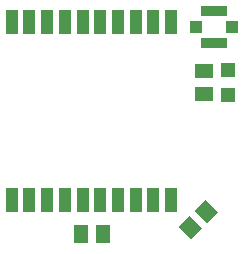
<source format=gbr>
G04 EAGLE Gerber RS-274X export*
G75*
%MOMM*%
%FSLAX34Y34*%
%LPD*%
%INSolderpaste Top*%
%IPPOS*%
%AMOC8*
5,1,8,0,0,1.08239X$1,22.5*%
G01*
%ADD10R,1.000000X2.000000*%
%ADD11R,1.200000X1.200000*%
%ADD12R,1.500000X1.300000*%
%ADD13R,1.300000X1.500000*%
%ADD14R,2.200000X0.850000*%
%ADD15R,1.050000X1.000000*%


D10*
X-67500Y-75000D03*
X-52500Y-75000D03*
X-37500Y-75000D03*
X-22500Y-75000D03*
X-7500Y-75000D03*
X7500Y-75000D03*
X22500Y-75000D03*
X37500Y-75000D03*
X52500Y-75000D03*
X67500Y-75000D03*
X67500Y75000D03*
X52500Y75000D03*
X37500Y75000D03*
X22500Y75000D03*
X7500Y75000D03*
X-7500Y75000D03*
X-22500Y75000D03*
X-37500Y75000D03*
X-52500Y75000D03*
X-67500Y75000D03*
D11*
X115810Y13630D03*
X115810Y34630D03*
D12*
X95490Y33630D03*
X95490Y14630D03*
D13*
X9740Y-104140D03*
X-9260Y-104140D03*
G36*
X87248Y-84372D02*
X96440Y-75180D01*
X107046Y-85786D01*
X97854Y-94978D01*
X87248Y-84372D01*
G37*
G36*
X73813Y-97807D02*
X83005Y-88615D01*
X93611Y-99221D01*
X84419Y-108413D01*
X73813Y-97807D01*
G37*
D14*
X104140Y57370D03*
X104140Y84870D03*
D15*
X88890Y71120D03*
X119390Y71120D03*
M02*

</source>
